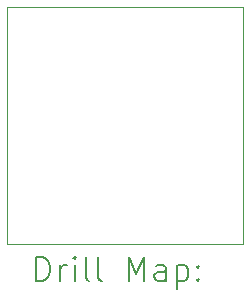
<source format=gbr>
%TF.GenerationSoftware,KiCad,Pcbnew,(6.0.9)*%
%TF.CreationDate,2023-02-05T22:41:23+02:00*%
%TF.ProjectId,signal,7369676e-616c-42e6-9b69-6361645f7063,rev?*%
%TF.SameCoordinates,Original*%
%TF.FileFunction,Drillmap*%
%TF.FilePolarity,Positive*%
%FSLAX45Y45*%
G04 Gerber Fmt 4.5, Leading zero omitted, Abs format (unit mm)*
G04 Created by KiCad (PCBNEW (6.0.9)) date 2023-02-05 22:41:23*
%MOMM*%
%LPD*%
G01*
G04 APERTURE LIST*
%ADD10C,0.100000*%
%ADD11C,0.200000*%
G04 APERTURE END LIST*
D10*
X16400000Y-6800000D02*
X16400000Y-4800000D01*
X18400000Y-6800000D02*
X16400000Y-6800000D01*
X18400000Y-4800000D02*
X18400000Y-6800000D01*
X16400000Y-4800000D02*
X18400000Y-4800000D01*
D11*
X16652619Y-7115476D02*
X16652619Y-6915476D01*
X16700238Y-6915476D01*
X16728809Y-6925000D01*
X16747857Y-6944048D01*
X16757381Y-6963095D01*
X16766905Y-7001190D01*
X16766905Y-7029762D01*
X16757381Y-7067857D01*
X16747857Y-7086905D01*
X16728809Y-7105952D01*
X16700238Y-7115476D01*
X16652619Y-7115476D01*
X16852619Y-7115476D02*
X16852619Y-6982143D01*
X16852619Y-7020238D02*
X16862143Y-7001190D01*
X16871667Y-6991667D01*
X16890714Y-6982143D01*
X16909762Y-6982143D01*
X16976429Y-7115476D02*
X16976429Y-6982143D01*
X16976429Y-6915476D02*
X16966905Y-6925000D01*
X16976429Y-6934524D01*
X16985952Y-6925000D01*
X16976429Y-6915476D01*
X16976429Y-6934524D01*
X17100238Y-7115476D02*
X17081190Y-7105952D01*
X17071667Y-7086905D01*
X17071667Y-6915476D01*
X17205000Y-7115476D02*
X17185952Y-7105952D01*
X17176429Y-7086905D01*
X17176429Y-6915476D01*
X17433571Y-7115476D02*
X17433571Y-6915476D01*
X17500238Y-7058333D01*
X17566905Y-6915476D01*
X17566905Y-7115476D01*
X17747857Y-7115476D02*
X17747857Y-7010714D01*
X17738333Y-6991667D01*
X17719286Y-6982143D01*
X17681190Y-6982143D01*
X17662143Y-6991667D01*
X17747857Y-7105952D02*
X17728810Y-7115476D01*
X17681190Y-7115476D01*
X17662143Y-7105952D01*
X17652619Y-7086905D01*
X17652619Y-7067857D01*
X17662143Y-7048809D01*
X17681190Y-7039286D01*
X17728810Y-7039286D01*
X17747857Y-7029762D01*
X17843095Y-6982143D02*
X17843095Y-7182143D01*
X17843095Y-6991667D02*
X17862143Y-6982143D01*
X17900238Y-6982143D01*
X17919286Y-6991667D01*
X17928810Y-7001190D01*
X17938333Y-7020238D01*
X17938333Y-7077381D01*
X17928810Y-7096428D01*
X17919286Y-7105952D01*
X17900238Y-7115476D01*
X17862143Y-7115476D01*
X17843095Y-7105952D01*
X18024048Y-7096428D02*
X18033571Y-7105952D01*
X18024048Y-7115476D01*
X18014524Y-7105952D01*
X18024048Y-7096428D01*
X18024048Y-7115476D01*
X18024048Y-6991667D02*
X18033571Y-7001190D01*
X18024048Y-7010714D01*
X18014524Y-7001190D01*
X18024048Y-6991667D01*
X18024048Y-7010714D01*
M02*

</source>
